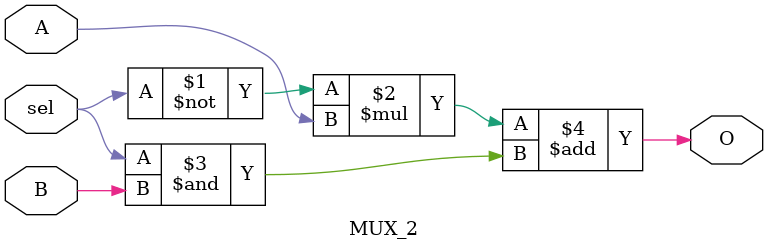
<source format=v>
module MUX_2(O,A,B,sel);
	input wire A,B;
	output wire O;
	input wire sel;
	assign O = (~sel)*A + (sel&B);
endmodule
</source>
